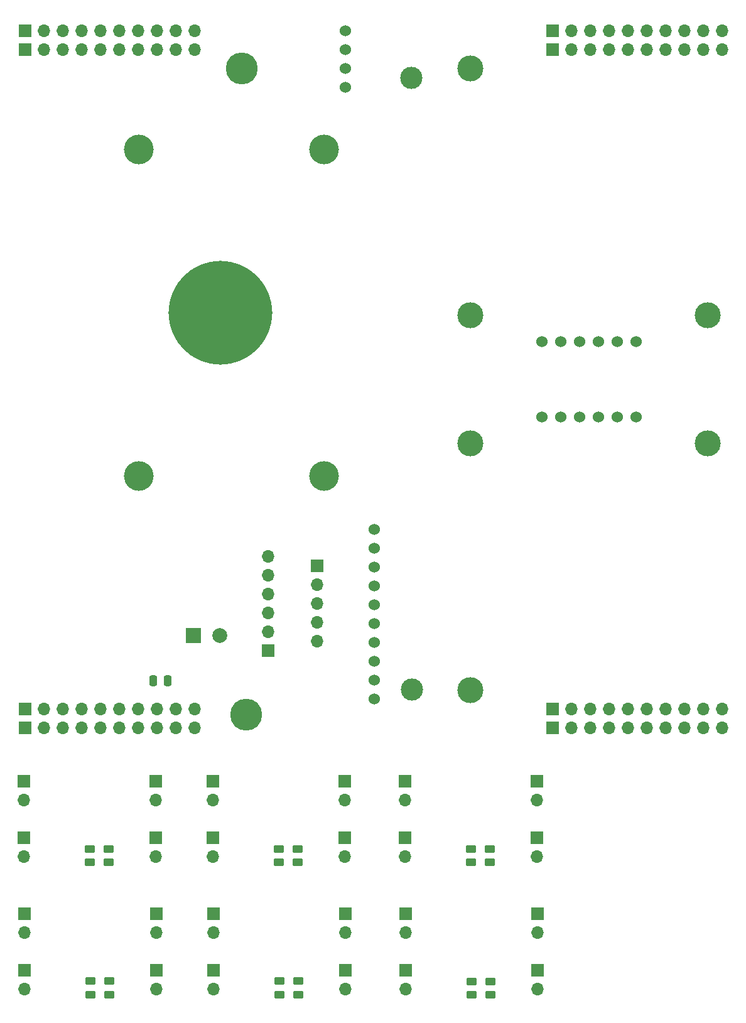
<source format=gbr>
%TF.GenerationSoftware,KiCad,Pcbnew,6.0.7-f9a2dced07~116~ubuntu20.04.1*%
%TF.CreationDate,2022-10-31T15:29:47+01:00*%
%TF.ProjectId,av_citynode_hw,61765f63-6974-4796-9e6f-64655f68772e,rev?*%
%TF.SameCoordinates,Original*%
%TF.FileFunction,Soldermask,Bot*%
%TF.FilePolarity,Negative*%
%FSLAX46Y46*%
G04 Gerber Fmt 4.6, Leading zero omitted, Abs format (unit mm)*
G04 Created by KiCad (PCBNEW 6.0.7-f9a2dced07~116~ubuntu20.04.1) date 2022-10-31 15:29:47*
%MOMM*%
%LPD*%
G01*
G04 APERTURE LIST*
G04 Aperture macros list*
%AMRoundRect*
0 Rectangle with rounded corners*
0 $1 Rounding radius*
0 $2 $3 $4 $5 $6 $7 $8 $9 X,Y pos of 4 corners*
0 Add a 4 corners polygon primitive as box body*
4,1,4,$2,$3,$4,$5,$6,$7,$8,$9,$2,$3,0*
0 Add four circle primitives for the rounded corners*
1,1,$1+$1,$2,$3*
1,1,$1+$1,$4,$5*
1,1,$1+$1,$6,$7*
1,1,$1+$1,$8,$9*
0 Add four rect primitives between the rounded corners*
20,1,$1+$1,$2,$3,$4,$5,0*
20,1,$1+$1,$4,$5,$6,$7,0*
20,1,$1+$1,$6,$7,$8,$9,0*
20,1,$1+$1,$8,$9,$2,$3,0*%
G04 Aperture macros list end*
%ADD10O,1.700000X1.700000*%
%ADD11R,1.700000X1.700000*%
%ADD12C,4.300000*%
%ADD13RoundRect,0.250000X-0.450000X0.262500X-0.450000X-0.262500X0.450000X-0.262500X0.450000X0.262500X0*%
%ADD14C,2.000000*%
%ADD15R,2.000000X2.000000*%
%ADD16C,1.524000*%
%ADD17C,3.500000*%
%ADD18C,4.000000*%
%ADD19C,14.000000*%
%ADD20RoundRect,0.250000X-0.250000X-0.475000X0.250000X-0.475000X0.250000X0.475000X-0.250000X0.475000X0*%
%ADD21C,3.000000*%
G04 APERTURE END LIST*
D10*
%TO.C,J3*%
X299224000Y234376000D03*
X296684000Y234376000D03*
X294144000Y234376000D03*
X291604000Y234376000D03*
X289064000Y234376000D03*
X286524000Y234376000D03*
X283984000Y234376000D03*
X281444000Y234376000D03*
X278904000Y234376000D03*
D11*
X276364000Y234376000D03*
%TD*%
D10*
%TO.C,J22*%
X228104000Y236916000D03*
X225564000Y236916000D03*
X223024000Y236916000D03*
X220484000Y236916000D03*
X217944000Y236916000D03*
X215404000Y236916000D03*
X212864000Y236916000D03*
X210324000Y236916000D03*
X207784000Y236916000D03*
D11*
X205244000Y236916000D03*
%TD*%
D10*
%TO.C,J24*%
X228104000Y142936000D03*
X225564000Y142936000D03*
X223024000Y142936000D03*
X220484000Y142936000D03*
X217944000Y142936000D03*
X215404000Y142936000D03*
X212864000Y142936000D03*
X210324000Y142936000D03*
X207784000Y142936000D03*
D11*
X205244000Y142936000D03*
%TD*%
D12*
%TO.C,H1*%
X234454000Y231836000D03*
%TD*%
%TO.C,H2*%
X235089000Y144714000D03*
%TD*%
D10*
%TO.C,J21*%
X299224000Y236916000D03*
X296684000Y236916000D03*
X294144000Y236916000D03*
X291604000Y236916000D03*
X289064000Y236916000D03*
X286524000Y236916000D03*
X283984000Y236916000D03*
X281444000Y236916000D03*
X278904000Y236916000D03*
D11*
X276364000Y236916000D03*
%TD*%
D10*
%TO.C,J23*%
X299224000Y142936000D03*
X296684000Y142936000D03*
X294144000Y142936000D03*
X291604000Y142936000D03*
X289064000Y142936000D03*
X286524000Y142936000D03*
X283984000Y142936000D03*
X281444000Y142936000D03*
X278904000Y142936000D03*
D11*
X276364000Y142936000D03*
%TD*%
%TO.C,J3*%
X248404500Y135737500D03*
D10*
X248404500Y133197500D03*
%TD*%
%TO.C,J14*%
X299224000Y145501000D03*
X296684000Y145501000D03*
X294144000Y145501000D03*
X291604000Y145501000D03*
X289064000Y145501000D03*
X286524000Y145501000D03*
X283984000Y145501000D03*
X281444000Y145501000D03*
X278904000Y145501000D03*
D11*
X276364000Y145501000D03*
%TD*%
D10*
%TO.C,J5*%
X228104000Y234376000D03*
X225564000Y234376000D03*
X223024000Y234376000D03*
X220484000Y234376000D03*
X217944000Y234376000D03*
X215404000Y234376000D03*
X212864000Y234376000D03*
X210324000Y234376000D03*
X207784000Y234376000D03*
D11*
X205244000Y234376000D03*
%TD*%
D10*
%TO.C,J15*%
X228104000Y145476000D03*
X225564000Y145476000D03*
X223024000Y145476000D03*
X220484000Y145476000D03*
X217944000Y145476000D03*
X215404000Y145476000D03*
X212864000Y145476000D03*
X210324000Y145476000D03*
X207784000Y145476000D03*
D11*
X205244000Y145476000D03*
%TD*%
D13*
%TO.C,R1*%
X242054500Y126633000D03*
X242054500Y124808000D03*
%TD*%
D14*
%TO.C,C15*%
X231510323Y155382000D03*
D15*
X228010323Y155382000D03*
%TD*%
D13*
%TO.C,R2*%
X239608500Y108784000D03*
X239608500Y106959000D03*
%TD*%
D11*
%TO.C,J3*%
X274344500Y117877500D03*
D10*
X274344500Y115337500D03*
%TD*%
%TO.C,J13*%
X244614000Y154615000D03*
X244614000Y157155000D03*
X244614000Y159695000D03*
X244614000Y162235000D03*
D11*
X244614000Y164775000D03*
%TD*%
D13*
%TO.C,R1*%
X267900500Y126622000D03*
X267900500Y124797000D03*
%TD*%
%TO.C,R1*%
X267994500Y108773000D03*
X267994500Y106948000D03*
%TD*%
D11*
%TO.C,J1*%
X205138000Y128131000D03*
D10*
X205138000Y125591000D03*
%TD*%
D11*
%TO.C,J4*%
X222918000Y128131000D03*
D10*
X222918000Y125591000D03*
%TD*%
D11*
%TO.C,J4*%
X223012000Y110282000D03*
D10*
X223012000Y107742000D03*
%TD*%
D13*
%TO.C,R1*%
X216662000Y108797500D03*
X216662000Y106972500D03*
%TD*%
D11*
%TO.C,J1*%
X205232000Y110282000D03*
D10*
X205232000Y107742000D03*
%TD*%
D16*
%TO.C,AFE1*%
X274967000Y195006000D03*
X277507000Y195006000D03*
X280047000Y195006000D03*
X282587000Y195006000D03*
X285127000Y195006000D03*
X287667000Y195006000D03*
D17*
X265315000Y231836000D03*
X265315000Y198562000D03*
X297319000Y198562000D03*
%TD*%
D11*
%TO.C,J4*%
X274344500Y110257500D03*
D10*
X274344500Y107717500D03*
%TD*%
D11*
%TO.C,J3*%
X248498500Y117888500D03*
D10*
X248498500Y115348500D03*
%TD*%
D13*
%TO.C,R2*%
X265360500Y126622000D03*
X265360500Y124797000D03*
%TD*%
D11*
%TO.C,J4*%
X274250500Y128106500D03*
D10*
X274250500Y125566500D03*
%TD*%
D11*
%TO.C,J1*%
X230718500Y110268500D03*
D10*
X230718500Y107728500D03*
%TD*%
D13*
%TO.C,R2*%
X239514500Y126633000D03*
X239514500Y124808000D03*
%TD*%
D18*
%TO.C,U12*%
X245608000Y220894000D03*
X220608000Y220894000D03*
X245608000Y176894000D03*
X220608000Y176894000D03*
D19*
X231608000Y198894000D03*
%TD*%
D11*
%TO.C,J1*%
X256470500Y128106500D03*
D10*
X256470500Y125566500D03*
%TD*%
D11*
%TO.C,J1*%
X256564500Y110257500D03*
D10*
X256564500Y107717500D03*
%TD*%
D11*
%TO.C,J2*%
X230624500Y135737500D03*
D10*
X230624500Y133197500D03*
%TD*%
D16*
%TO.C,AFE2*%
X287667000Y184846000D03*
X285127000Y184846000D03*
X282587000Y184846000D03*
X280047000Y184846000D03*
X277507000Y184846000D03*
X274967000Y184846000D03*
D17*
X265315000Y181290000D03*
X265315000Y148016000D03*
X297319000Y181290000D03*
%TD*%
D20*
%TO.C,C14*%
X224482000Y149286000D03*
X222582000Y149286000D03*
%TD*%
D16*
%TO.C,U11*%
X252369000Y169733000D03*
X252369000Y167193000D03*
X252369000Y164653000D03*
X252369000Y162113000D03*
X252369000Y159573000D03*
X252369000Y157033000D03*
X252369000Y154493000D03*
X252369000Y151953000D03*
X252369000Y149413000D03*
X252369000Y146873000D03*
D21*
X257449000Y148143000D03*
%TD*%
D11*
%TO.C,J3*%
X222918000Y135751000D03*
D10*
X222918000Y133211000D03*
%TD*%
D11*
%TO.C,J3*%
X274250500Y135726500D03*
D10*
X274250500Y133186500D03*
%TD*%
D11*
%TO.C,J2*%
X205138000Y135751000D03*
D10*
X205138000Y133211000D03*
%TD*%
D11*
%TO.C,J2*%
X256470500Y135726500D03*
D10*
X256470500Y133186500D03*
%TD*%
D11*
%TO.C,J3*%
X223012000Y117902000D03*
D10*
X223012000Y115362000D03*
%TD*%
D13*
%TO.C,R1*%
X216568000Y126646500D03*
X216568000Y124821500D03*
%TD*%
D16*
%TO.C,U10*%
X248424000Y236916000D03*
X248424000Y234376000D03*
X248424000Y231836000D03*
X248424000Y229296000D03*
D21*
X257314000Y230566000D03*
%TD*%
D11*
%TO.C,J2*%
X205232000Y117902000D03*
D10*
X205232000Y115362000D03*
%TD*%
D11*
%TO.C,J2*%
X230718500Y117888500D03*
D10*
X230718500Y115348500D03*
%TD*%
D13*
%TO.C,R2*%
X265454500Y108773000D03*
X265454500Y106948000D03*
%TD*%
%TO.C,R1*%
X242148500Y108784000D03*
X242148500Y106959000D03*
%TD*%
D11*
%TO.C,J2*%
X256564500Y117877500D03*
D10*
X256564500Y115337500D03*
%TD*%
D11*
%TO.C,J4*%
X248498500Y110268500D03*
D10*
X248498500Y107728500D03*
%TD*%
D13*
%TO.C,R2*%
X214028000Y126646500D03*
X214028000Y124821500D03*
%TD*%
D11*
%TO.C,J4*%
X248404500Y128117500D03*
D10*
X248404500Y125577500D03*
%TD*%
%TO.C,J20*%
X238010000Y166050000D03*
X238010000Y163510000D03*
X238010000Y160970000D03*
X238010000Y158430000D03*
X238010000Y155890000D03*
D11*
X238010000Y153350000D03*
%TD*%
%TO.C,J1*%
X230624500Y128117500D03*
D10*
X230624500Y125577500D03*
%TD*%
D13*
%TO.C,R2*%
X214122000Y108797500D03*
X214122000Y106972500D03*
%TD*%
M02*

</source>
